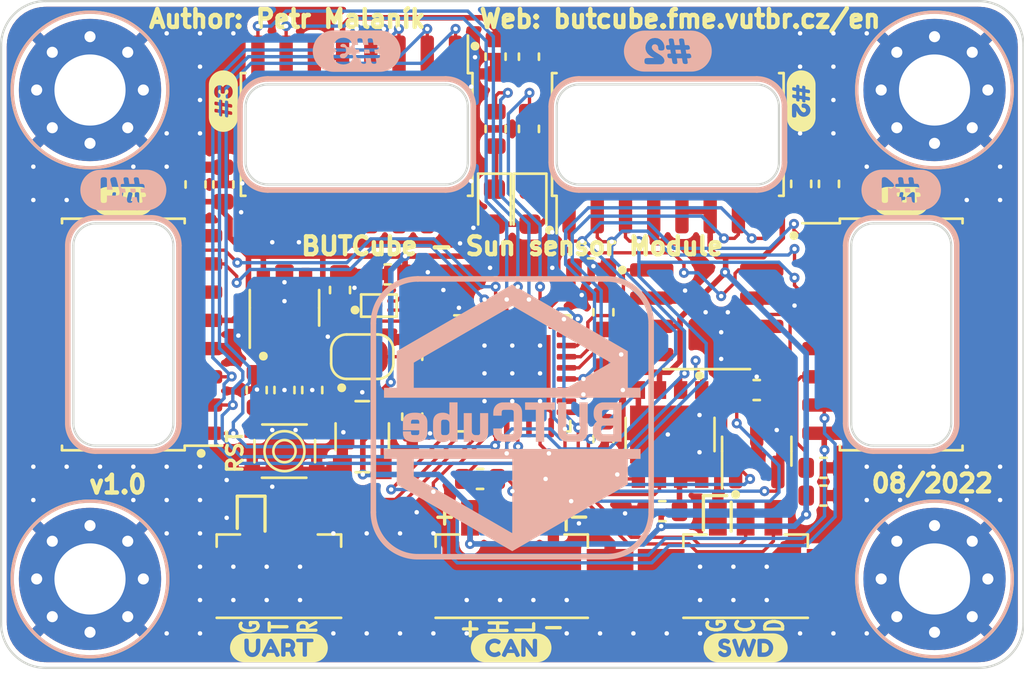
<source format=kicad_pcb>
(kicad_pcb (version 20211014) (generator pcbnew)

  (general
    (thickness 0.99)
  )

  (paper "A4")
  (title_block
    (title "BUTCube - Sun sensor")
    (date "2022-06-16")
    (rev "v1.0")
    (company "VUT - FIT(STRaDe) & FME(IAE & IPE)")
    (comment 1 "Author: Petr Malaník")
  )

  (layers
    (0 "F.Cu" mixed)
    (31 "B.Cu" mixed)
    (36 "B.SilkS" user "B.Silkscreen")
    (37 "F.SilkS" user "F.Silkscreen")
    (38 "B.Mask" user)
    (39 "F.Mask" user)
    (40 "Dwgs.User" user "User.Drawings")
    (41 "Cmts.User" user "User.Comments")
    (42 "Eco1.User" user "User.Eco1")
    (43 "Eco2.User" user "User.Eco2")
    (44 "Edge.Cuts" user)
    (45 "Margin" user)
    (46 "B.CrtYd" user "B.Courtyard")
    (47 "F.CrtYd" user "F.Courtyard")
    (48 "B.Fab" user)
    (49 "F.Fab" user)
    (51 "User.2" user "Sun_shield_stencil")
  )

  (setup
    (stackup
      (layer "F.SilkS" (type "Top Silk Screen") (color "White"))
      (layer "F.Paste" (type "Top Solder Paste"))
      (layer "F.Mask" (type "Top Solder Mask") (color "Blue") (thickness 0.01))
      (layer "F.Cu" (type "copper") (thickness 0.035))
      (layer "dielectric 1" (type "core") (thickness 0.9) (material "FR4") (epsilon_r 4.5) (loss_tangent 0.02))
      (layer "B.Cu" (type "copper") (thickness 0.035))
      (layer "B.Mask" (type "Bottom Solder Mask") (color "Blue") (thickness 0.01))
      (layer "B.Paste" (type "Bottom Solder Paste"))
      (layer "B.SilkS" (type "Bottom Silk Screen") (color "White"))
      (copper_finish "None")
      (dielectric_constraints no)
    )
    (pad_to_mask_clearance 0)
    (pcbplotparams
      (layerselection 0x00810f0_ffffffff)
      (disableapertmacros false)
      (usegerberextensions true)
      (usegerberattributes true)
      (usegerberadvancedattributes true)
      (creategerberjobfile false)
      (svguseinch false)
      (svgprecision 6)
      (excludeedgelayer true)
      (plotframeref false)
      (viasonmask false)
      (mode 1)
      (useauxorigin false)
      (hpglpennumber 1)
      (hpglpenspeed 20)
      (hpglpendiameter 15.000000)
      (dxfpolygonmode true)
      (dxfimperialunits false)
      (dxfusepcbnewfont true)
      (psnegative false)
      (psa4output false)
      (plotreference true)
      (plotvalue true)
      (plotinvisibletext false)
      (sketchpadsonfab false)
      (subtractmaskfromsilk false)
      (outputformat 1)
      (mirror false)
      (drillshape 0)
      (scaleselection 1)
      (outputdirectory "gerbers/")
    )
  )

  (net 0 "")
  (net 1 "+3V3")
  (net 2 "GND")
  (net 3 "Net-(C16-Pad1)")
  (net 4 "/VREF")
  (net 5 "Net-(D1-Pad1)")
  (net 6 "Net-(D2-Pad1)")
  (net 7 "/CAN.L")
  (net 8 "/CAN.H")
  (net 9 "/DBG_TX")
  (net 10 "/DBG_RX")
  (net 11 "/SWCLK")
  (net 12 "/SWDIO")
  (net 13 "Net-(JP1-Pad1)")
  (net 14 "/NRST")
  (net 15 "/LED1")
  (net 16 "/LED2")
  (net 17 "/CAN_RS")
  (net 18 "/SCK")
  (net 19 "/FR_RDY_#1")
  (net 20 "/MOSI")
  (net 21 "/CS_#1")
  (net 22 "unconnected-(U1-Pad9)")
  (net 23 "unconnected-(U1-Pad10)")
  (net 24 "unconnected-(U1-Pad11)")
  (net 25 "unconnected-(U1-Pad12)")
  (net 26 "unconnected-(U1-Pad13)")
  (net 27 "unconnected-(U1-Pad14)")
  (net 28 "unconnected-(U1-Pad15)")
  (net 29 "unconnected-(U1-Pad16)")
  (net 30 "/LSE")
  (net 31 "/WDG_RESET")
  (net 32 "/HSE")
  (net 33 "/MISO")
  (net 34 "unconnected-(U2-Pad14)")
  (net 35 "unconnected-(U2-Pad18)")
  (net 36 "/CAN_RX")
  (net 37 "/CAN_TX")
  (net 38 "/FR_RDY_#2")
  (net 39 "/CS_#2")
  (net 40 "unconnected-(U3-Pad9)")
  (net 41 "unconnected-(U3-Pad10)")
  (net 42 "unconnected-(U3-Pad11)")
  (net 43 "unconnected-(U3-Pad12)")
  (net 44 "unconnected-(U3-Pad13)")
  (net 45 "unconnected-(U3-Pad14)")
  (net 46 "unconnected-(U3-Pad15)")
  (net 47 "unconnected-(U3-Pad16)")
  (net 48 "unconnected-(U4-Pad3)")
  (net 49 "/FR_RDY_#3")
  (net 50 "/CS_#3")
  (net 51 "unconnected-(U5-Pad9)")
  (net 52 "unconnected-(U5-Pad10)")
  (net 53 "unconnected-(U5-Pad11)")
  (net 54 "unconnected-(U5-Pad12)")
  (net 55 "unconnected-(U5-Pad13)")
  (net 56 "unconnected-(U5-Pad14)")
  (net 57 "unconnected-(U5-Pad15)")
  (net 58 "unconnected-(U5-Pad16)")
  (net 59 "/FRAM_CS")
  (net 60 "/FR_RDY_#4")
  (net 61 "/CS_#4")
  (net 62 "unconnected-(U7-Pad9)")
  (net 63 "unconnected-(U7-Pad10)")
  (net 64 "unconnected-(U7-Pad11)")
  (net 65 "unconnected-(U7-Pad12)")
  (net 66 "unconnected-(U7-Pad13)")
  (net 67 "unconnected-(U7-Pad14)")
  (net 68 "unconnected-(U7-Pad15)")
  (net 69 "unconnected-(U7-Pad16)")
  (net 70 "unconnected-(X1-Pad1)")

  (footprint "Package_TO_SOT_SMD:SOT-23-5" (layer "F.Cu") (at 133.75 98.8 90))

  (footprint "TCY_oscillators:CSP-4_1.5x0.8mm" (layer "F.Cu") (at 138 98.7))

  (footprint "TCY_IC:DFN-8-1EP_4.5x4mm_P0.95mm_EP3.6x2.6mm" (layer "F.Cu") (at 151.1 104.5 -90))

  (footprint "TCY_oscillators:ECS-TXO-3225" (layer "F.Cu") (at 137.25 104.6 -90))

  (footprint "Package_TO_SOT_SMD:SOT-23" (layer "F.Cu") (at 155 105.25 90))

  (footprint "MountingHole:MountingHole_3.2mm_M3_Pad_Via" (layer "F.Cu") (at 163 111))

  (footprint "TCY_passives:C_0603_1608Metric" (layer "F.Cu") (at 155 102.5 180))

  (footprint "TCY_passives:C_0603_1608Metric" (layer "F.Cu") (at 144.75 87.5 -90))

  (footprint "TCY_passives:C_0603_1608Metric" (layer "F.Cu") (at 131 93.25 90))

  (footprint "TCY_passives:C_0603_1608Metric" (layer "F.Cu") (at 158 106))

  (footprint "TCY_passives:C_0603_1608Metric" (layer "F.Cu") (at 150.75 107.95 180))

  (footprint "TCY_passives:R_0603_1608Metric" (layer "F.Cu") (at 143.25 90.75 90))

  (footprint "TCY_passives:C_0603_1608Metric" (layer "F.Cu") (at 148.1 102.2 90))

  (footprint "MountingHole:MountingHole_3.2mm_M3_Pad_Via" (layer "F.Cu") (at 125 111))

  (footprint "Package_DFN_QFN:QFN-32-1EP_5x5mm_P0.5mm_EP3.45x3.45mm" (layer "F.Cu") (at 144 101.75))

  (footprint "Package_SO:SO-16_5.3x10.2mm_P1.27mm" (layer "F.Cu") (at 161.5 100))

  (footprint "TCY_buttons_switches:KMT031NGJLHS" (layer "F.Cu") (at 133.75 105.25))

  (footprint "Package_SO:SOIC-8_3.9x4.9mm_P1.27mm" (layer "F.Cu") (at 152.75 99))

  (footprint "kibuzzard-62EB8F41" (layer "F.Cu") (at 131 89.5 90))

  (footprint "TCY_passives:R_0603_1608Metric" (layer "F.Cu") (at 133.75 102.5 -90))

  (footprint "kibuzzard-62EB8F32" (layer "F.Cu") (at 157 89.5 -90))

  (footprint "TCY_passives:C_0603_1608Metric" (layer "F.Cu") (at 158.25 93.225 90))

  (footprint "TCY_passives:R_0603_1608Metric" (layer "F.Cu") (at 144.75 90.75 90))

  (footprint "Package_SO:SO-16_5.3x10.2mm_P1.27mm" (layer "F.Cu") (at 137 91 -90))

  (footprint "TCY_passives:C_0603_1608Metric" (layer "F.Cu") (at 148.1 104.7 -90))

  (footprint "LED_SMD:LED_0603_1608Metric" (layer "F.Cu") (at 144.8 94.25 -90))

  (footprint "TCY_passives:C_0603_1608Metric" (layer "F.Cu") (at 157 93.225 90))

  (footprint "MountingHole:MountingHole_3.2mm_M3_Pad_Via" (layer "F.Cu") (at 125 89))

  (footprint "TCY_connectors:Amphenol_10114828-11103LF_1x03_P1.25mm_Vertical" (layer "F.Cu") (at 154.5 109))

  (footprint "TCY_connectors:Amphenol_10114828-11103LF_1x03_P1.25mm_Vertical" (layer "F.Cu") (at 133.5 109))

  (footprint "Package_SO:SO-16_5.3x10.2mm_P1.27mm" (layer "F.Cu") (at 151 91 90))

  (footprint "Package_SO:SO-16_5.3x10.2mm_P1.27mm" (layer "F.Cu") (at 126.5 100 180))

  (footprint "TCY_passives:C_0603_1608Metric" (layer "F.Cu") (at 148.1 99 90))

  (footprint "TCY_passives:R_0603_1608Metric" (layer "F.Cu") (at 145.45 106.5 180))

  (footprint "Jumper:SolderJumper-2_P1.3mm_Open_RoundedPad1.0x1.5mm" (layer "F.Cu") (at 137.25 101))

  (footprint "MountingHole:MountingHole_3.2mm_M3_Pad_Via" (layer "F.Cu") (at 163 89))

  (footprint "TCY_connectors:Amphenol_10114828-11104LF_1x04_P1.25mm_Vertical" (layer "F.Cu") (at 144 111.2))

  (footprint "TCY_passives:R_0603_1608Metric" (layer "F.Cu") (at 142.55 106.5 180))

  (footprint "TCY_passives:C_0603_1608Metric" (layer "F.Cu") (at 139.5 103.7 -90))

  (footprint "TCY_passives:R_0603_1608Metric" (layer "F.Cu") (at 147.55 97.025))

  (footprint "TCY_passives:C_0603_1608Metric" (layer "F.Cu") (at 138.4 97.3 180))

  (footprint "TCY_passives:C_0603_1608Metric" (layer "F.Cu") (at 136.25 98 90))

  (footprint "TCY_passives:C_0603_1608Metric" (layer "F.Cu") (at 132.5 102.5 90))

  (footprint "kibuzzard-62EB8F1C" (layer "F.Cu") (at 133.5 114.1))

  (footprint "TCY_passives:C_0603_1608Metric" (layer "F.Cu") (at 139.5 101 90))

  (footprint "kibuzzard-62EB8F2A" (layer "F.Cu") (at 161.5 94))

  (footprint "TCY_passives:C_0603_1608Metric" (layer "F.Cu") (at 143.25 87.5 -90))

  (footprint "kibuzzard-62EB8F4D" (layer "F.Cu") (at 126.5 94))

  (footprint "kibuzzard-62EB8F09" (layer "F.Cu")
    (tedit 62EB8F09) (tstamp dfd4ad15-09f5-40ac-bb16-d19eb5f4ed19)
    (at 154.5 114.1)
    (descr "Converted using: scripting")
    (tags "svg2mod")
    (attr board_only exclude_from_pos_files exclude_from_bom)
    (fp_text reference "kibuzzard-62EB8F09" (at 0 -0.651515) (layer "F.SilkS") hide
      (effects (font (size 0.000254 0.000254) (thickness 0.000003)))
      (tstamp 278b9e85-8e23-493f-be2f-c1e95d96a4ef)
    )
    (fp_text value "G***" (at 0 0.651515) (layer "F.SilkS") hide
      (effects (font (size 0.000254 0.000254) (thickness 0.000003)))
      (tstamp fa515a3f-cad6-4deb-bb7e-9dce4d3f4eb3)
    )
    (fp_poly (pts
        (xy 0.83566 -0.209471)
        (xy 0.72898 -0.209471)
        (xy 0.72898 0.210582)
        (xy 0.836771 0.210582)
        (xy 0.912892 0.195719)
        (xy 0.981234 0.15113)
        (xy 1.029573 0.084038)
        (xy 1.045686 0.001667)
        (xy 1.02999 -0.080982)
        (xy 0.982901 -0.148908)
        (xy 0.914698 -0.19433)
        (xy 0.83566 -0.209471)
      ) (layer "F.SilkS") (width 0) (fill solid) (tstamp f7e85de2-d477-46d5-a7da-040d68ca9db8))
    (fp_poly (pts
        (xy -1.242378 -0.651007)
        (xy -1.230432 0.197108)
        (xy -1.194594 0.155019)
        (xy -1.135698 0.128349)
        (xy -1.098471 0.14224)
        (xy -1.04902 0.183912)
        (xy -1.00457 0.220028)
        (xy -0.95123 0.237252)
        (xy -0.893815 0.227868)
        (xy -0.859367 0.199716)
        (xy -0.847884 0.152797)
        (xy -0.876221 0.110014)
        (xy -0.946785 0.085011)
        (xy -0.990679 0.07487)
        (xy -1.037908 0.060008)
        (xy -1.085136 0.041255)
        (xy -1.12903 0.019447)
        (xy -1.167785 -0.010696)
        (xy -1.199594 -0.054451)
        (xy -1.220847 -0.110153)
        (xy -1.227931 -0.176133)
        (xy -1.219844 -0.238548)
        (xy -1.195582 -0.295407)
        (xy -1.155144 -0.34671)
        (xy -1.100755 -0.387147)
        (xy -1.034635 -0.411409)
        (xy -0.956786 -0.419497)
        (xy -0.893028 -0.415191)
        (xy -0.835104 -0.402273)
        (xy -0.758984 -0.367268)
        (xy -0.731203 -0.346154)
        (xy -0.696754 -0.291703)
        (xy -0.723424 -0.230584)
        (xy -0.761762 -0.188913)
        (xy -0.801211 -0.175022)
        (xy -0.858996 -0.197247)
        (xy 
... [585266 chars truncated]
</source>
